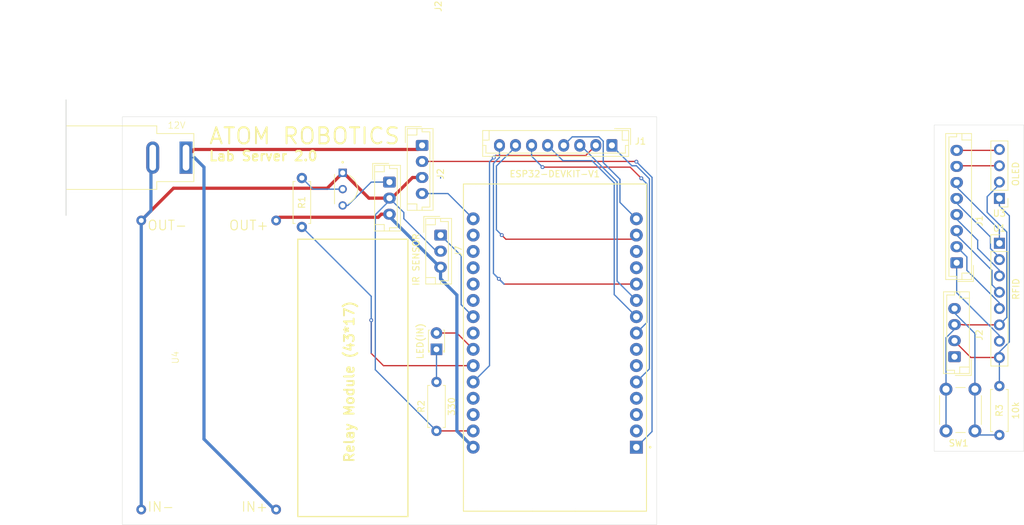
<source format=kicad_pcb>
(kicad_pcb (version 20240108) (generator "pcbnew") (generator_version "8.0")
  (layers (0 "F.Cu" signal) (31 "B.Cu" signal) (34 "B.Paste" user) (35 "F.Paste" user) (36 "B.SilkS" user "B.Silkscreen") (37 "F.SilkS" user "F.Silkscreen") (38 "B.Mask" user) (39 "F.Mask" user) (44 "Edge.Cuts" user))
  (net 0 "")
  (net 1 "Net-(D1-A)")
  (net 2 "Net-(D1-K)")
  (net 3 "Net-(J1-Pin_6)")
  (net 4 "Net-(J1-Pin_3)")
  (net 5 "Net-(J1-Pin_8)")
  (net 6 "Net-(J1-Pin_5)")
  (net 7 "Net-(J1-Pin_1)")
  (net 8 "Net-(J1-Pin_7)")
  (net 9 "Net-(J1-Pin_4)")
  (net 10 "Net-(J1-Pin_2)")
  (net 11 "Net-(J2-Pin_2)")
  (net 12 "GND")
  (net 13 "Net-(J2-Pin_4)")
  (net 14 "Net-(J2-Pin_1)")
  (net 15 "Net-(J3-Pin_1)")
  (net 16 "5V")
  (net 17 "Net-(J5-Pin_7)")
  (net 18 "Net-(J5-Pin_6)")
  (net 19 "Net-(J5-Pin_8)")
  (net 20 "Net-(J5-Pin_4)")
  (net 21 "Net-(J5-Pin_1)")
  (net 22 "Net-(J5-Pin_3)")
  (net 23 "Net-(J5-Pin_2)")
  (net 24 "Net-(J5-Pin_5)")
  (net 26 "Net-(J6-Pin_4)")
  (net 27 "Net-(J6-Pin_2)")
  (net 28 "IR")
  (net 29 "Net-(Q1-Pad2)")
  (net 30 "Net-(U2-D27)")
  (footprint "ESP32-DEVKIT-V1:MODULE_ESP32_DEVKIT_V1" (layer "F.Cu") (at 98.425 54.97 180)
    (property "Reference" "U2" (hide yes))
    (property "Value" "ESP32-DEVKIT-V1" (at 0 27.03 0) (layer "F.SilkS"))
    (fp_line (start 14.23 25.475) (end -14.28 25.475) (stroke (width 0.127)) (layer "F.SilkS"))
    (fp_line (start 14.23 -25.475) (end 14.23 25.475) (stroke (width 0.127)) (layer "F.SilkS"))
    (fp_line (start 14.23 -25.475) (end 14.23 25.475) (stroke (width 0.127)) (layer "F.SilkS"))
    (fp_line (start 8.78 25.475) (end 14.23 25.475) (stroke (width 0.127)) (layer "F.SilkS"))
    (fp_line (start 3.5 -25.475) (end 14.23 -25.475) (stroke (width 0.127)) (layer "F.SilkS"))
    (fp_line (start -3.211 -25.475) (end 3.5 -25.475) (stroke (width 0.127)) (layer "F.SilkS"))
    (fp_line (start -8.91 25.475) (end 8.78 25.475) (stroke (width 0.127)) (layer "F.SilkS"))
    (fp_line (start -14.28 25.475) (end -8.91 25.475) (stroke (width 0.127)) (layer "F.SilkS"))
    (fp_line (start -14.28 25.475) (end -14.28 -25.475) (stroke (width 0.127)) (layer "F.SilkS"))
    (fp_line (start -14.28 25.475) (end -14.28 -25.475) (stroke (width 0.127)) (layer "F.SilkS"))
    (fp_line (start -14.28 -25.475) (end 14.23 -25.475) (stroke (width 0.127)) (layer "F.SilkS"))
    (fp_line (start -14.28 -25.475) (end -3.211 -25.475) (stroke (width 0.127)) (layer "F.SilkS"))
    (fp_circle (center -14.85 -15.515) (end -14.75 -15.515) (stroke (width 0.2)) (fill none) (layer "F.SilkS"))
    (pad "" np_thru_hole circle (at -12.28 -23.475 180) (size 3 3) (drill 3) (layers "*.Cu" "*.Mask"))
    (pad "" np_thru_hole circle (at -12.28 23.475 180) (size 3 3) (drill 3) (layers "*.Cu" "*.Mask"))
    (pad "" np_thru_hole circle (at 12.23 -23.475 180) (size 3 3) (drill 3) (layers "*.Cu" "*.Mask"))
    (pad "" np_thru_hole circle (at 12.23 23.475 180) (size 3 3) (drill 3) (layers "*.Cu" "*.Mask"))
    (pad "1" thru_hole rect (at -12.7 -15.515 180) (size 2 2) (drill 1.02) (layers "*.Cu" "*.Mask") (net 11 "Net-(J2-Pin_2)"))
    (pad "2" thru_hole circle (at -12.7 -12.975 180) (size 2 2) (drill 1.02) (layers "*.Cu" "*.Mask") (net 12 "GND"))
    (pad "3" thru_hole circle (at -12.7 -10.435 180) (size 2 2) (drill 1.02) (layers "*.Cu" "*.Mask"))
    (pad "4" thru_hole circle (at -12.7 -7.895 180) (size 2 2) (drill 1.02) (layers "*.Cu" "*.Mask"))
    (pad "5" thru_hole circle (at -12.7 -5.355 180) (size 2 2) (drill 1.02) (layers "*.Cu" "*.Mask") (net 7 "Net-(J1-Pin_1)"))
    (pad "6" thru_hole circle (at -12.7 -2.815 180) (size 2 2) (drill 1.02) (layers "*.Cu" "*.Mask"))
    (pad "7" thru_hole circle (at -12.7 -0.275 180) (size 2 2) (drill 1.02) (layers "*.Cu" "*.Mask"))
    (pad "8" thru_hole circle (at -12.7 2.265 180) (size 2 2) (drill 1.02) (layers "*.Cu" "*.Mask") (net 3 "Net-(J1-Pin_6)"))
    (pad "9" thru_hole circle (at -12.7 4.805 180) (size 2 2) (drill 1.02) (layers "*.Cu" "*.Mask") (net 6 "Net-(J1-Pin_5)"))
    (pad "10" thru_hole circle (at -12.7 7.345 180) (size 2 2) (drill 1.02) (layers "*.Cu" "*.Mask") (net 4 "Net-(J1-Pin_3)"))
    (pad "11" thru_hole circle (at -12.7 9.885 180) (size 2 2) (drill 1.02) (layers "*.Cu" "*.Mask") (net 5 "Net-(J1-Pin_8)"))
    (pad "12" thru_hole circle (at -12.7 12.425 180) (size 2 2) (drill 1.02) (layers "*.Cu" "*.Mask"))
    (pad "13" thru_hole circle (at -12.7 14.965 180) (size 2 2) (drill 1.02) (layers "*.Cu" "*.Mask"))
    (pad "14" thru_hole circle (at -12.7 17.505 180) (size 2 2) (drill 1.02) (layers "*.Cu" "*.Mask") (net 8 "Net-(J1-Pin_7)"))
    (pad "15" thru_hole circle (at -12.7 20.045 180) (size 2 2) (drill 1.02) (layers "*.Cu" "*.Mask") (net 9 "Net-(J1-Pin_4)"))
    (pad "16" thru_hole circle (at 12.7 20.045 180) (size 2 2) (drill 1.02) (layers "*.Cu" "*.Mask") (net 13 "Net-(J2-Pin_4)"))
    (pad "17" thru_hole circle (at 12.7 17.505 180) (size 2 2) (drill 1.02) (layers "*.Cu" "*.Mask"))
    (pad "18" thru_hole circle (at 12.7 14.965 180) (size 2 2) (drill 1.02) (layers "*.Cu" "*.Mask"))
    (pad "19" thru_hole circle (at 12.7 12.425 180) (size 2 2) (drill 1.02) (layers "*.Cu" "*.Mask"))
    (pad "20" thru_hole circle (at 12.7 9.885 180) (size 2 2) (drill 1.02) (layers "*.Cu" "*.Mask"))
    (pad "21" thru_hole circle (at 12.7 7.345 180) (size 2 2) (drill 1.02) (layers "*.Cu" "*.Mask"))
    (pad "22" thru_hole circle (at 12.7 4.805 180) (size 2 2) (drill 1.02) (layers "*.Cu" "*.Mask") (net 28 "IR"))
    (pad "23" thru_hole circle (at 12.7 2.265 180) (size 2 2) (drill 1.02) (layers "*.Cu" "*.Mask"))
    (pad "24" thru_hole circle (at 12.7 -0.275 180) (size 2 2) (drill 1.02) (layers "*.Cu" "*.Mask") (net 1 "Net-(D1-A)"))
    (pad "25" thru_hole circle (at 12.7 -2.815 180) (size 2 2) (drill 1.02) (layers "*.Cu" "*.Mask") (net 30 "Net-(U2-D27)"))
    (pad "26" thru_hole circle (at 12.7 -5.355 180) (size 2 2) (drill 1.02) (layers "*.Cu" "*.Mask") (net 10 "Net-(J1-Pin_2)"))
    (pad "27" thru_hole circle (at 12.7 -7.895 180) (size 2 2) (drill 1.02) (layers "*.Cu" "*.Mask"))
    (pad "28" thru_hole circle (at 12.7 -10.435 180) (size 2 2) (drill 1.02) (layers "*.Cu" "*.Mask"))
    (pad "29" thru_hole circle (at 12.7 -12.975 180) (size 2 2) (drill 1.02) (layers "*.Cu" "*.Mask") (net 12 "GND"))
    (pad "30" thru_hole circle (at 12.7 -15.515 180) (size 2 2) (drill 1.02) (layers "*.Cu" "*.Mask") (net 16 "5V"))
  )
  (footprint "Connector_PinHeader_2.54mm:PinHeader_1x04_P2.54mm_Vertical" (layer "F.Cu") (at 167.64 31.75 180)
    (property "Reference" "U3" (at 0 -2.33 0) (layer "F.SilkS"))
    (property "Value" "OLED" (at -2.54 3.81 90) (layer "F.SilkS"))
    (fp_line (start 1.33 1.27) (end 1.33 8.95) (stroke (width 0.12)) (layer "F.SilkS"))
    (fp_line (start -1.33 8.95) (end 1.33 8.95) (stroke (width 0.12)) (layer "F.SilkS"))
    (fp_line (start -1.33 1.27) (end 1.33 1.27) (stroke (width 0.12)) (layer "F.SilkS"))
    (fp_line (start -1.33 1.27) (end -1.33 8.95) (stroke (width 0.12)) (layer "F.SilkS"))
    (fp_line (start -1.33 0) (end -1.33 -1.33) (stroke (width 0.12)) (layer "F.SilkS"))
    (fp_line (start -1.33 -1.33) (end 0 -1.33) (stroke (width 0.12)) (layer "F.SilkS"))
    (pad "1" thru_hole rect (at 0 0 180) (size 1.7 1.7) (drill 1) (layers "*.Cu" "*.Mask") (net 27 "Net-(J6-Pin_2)"))
    (pad "2" thru_hole oval (at 0 2.54 180) (size 1.7 1.7) (drill 1) (layers "*.Cu" "*.Mask") (net 12 "GND"))
    (pad "3" thru_hole oval (at 0 5.08 180) (size 1.7 1.7) (drill 1) (layers "*.Cu" "*.Mask") (net 17 "Net-(J5-Pin_7)"))
    (pad "4" thru_hole oval (at 0 7.62 180) (size 1.7 1.7) (drill 1) (layers "*.Cu" "*.Mask") (net 19 "Net-(J5-Pin_8)"))
  )
  (footprint "LED_THT:LED_D1.8mm_W3.3mm_H2.4mm" (layer "F.Cu") (at 80.01 55.245 90)
    (property "Reference" "D1" (hide yes))
    (property "Value" "LED(IN)" (at 1.27 -2.54 90) (layer "F.SilkS"))
    (fp_line (start 2.98 -1.26) (end 2.98 -1.028) (stroke (width 0.12)) (layer "F.SilkS"))
    (fp_line (start -0.2 -1.26) (end -0.2 -1.08) (stroke (width 0.12)) (layer "F.SilkS"))
    (fp_line (start -0.32 -1.26) (end -0.32 -1.08) (stroke (width 0.12)) (layer "F.SilkS"))
    (fp_line (start -0.44 -1.26) (end 2.98 -1.26) (stroke (width 0.12)) (layer "F.SilkS"))
    (fp_line (start -0.44 -1.26) (end -0.44 -1.08) (stroke (width 0.12)) (layer "F.SilkS"))
    (fp_line (start 2.98 1.028) (end 2.98 1.26) (stroke (width 0.12)) (layer "F.SilkS"))
    (fp_line (start -0.2 1.08) (end -0.2 1.26) (stroke (width 0.12)) (layer "F.SilkS"))
    (fp_line (start -0.32 1.08) (end -0.32 1.26) (stroke (width 0.12)) (layer "F.SilkS"))
    (fp_line (start -0.44 1.08) (end -0.44 1.26) (stroke (width 0.12)) (layer "F.SilkS"))
    (fp_line (start -0.44 1.26) (end 2.98 1.26) (stroke (width 0.12)) (layer "F.SilkS"))
    (pad "1" thru_hole rect (at 0 0 90) (size 1.8 1.8) (drill 0.9) (layers "*.Cu" "*.Mask") (net 2 "Net-(D1-K)"))
    (pad "2" thru_hole circle (at 2.54 0 90) (size 1.8 1.8) (drill 0.9) (layers "*.Cu" "*.Mask") (net 1 "Net-(D1-A)"))
  )
  (footprint "Button_Switch_THT:SW_PUSH_6mm_H4.3mm" (layer "F.Cu") (at 163.83 61.445 -90)
    (property "Reference" "SW1" (at 8.405 2.54 180) (layer "F.SilkS"))
    (property "Value" "SW_Push")
    (fp_line (start 1 5.5) (end 5.5 5.5) (stroke (width 0.12)) (layer "F.SilkS"))
    (fp_line (start 6.75 3) (end 6.75 1.5) (stroke (width 0.12)) (layer "F.SilkS"))
    (fp_line (start -0.25 1.5) (end -0.25 3) (stroke (width 0.12)) (layer "F.SilkS"))
    (fp_line (start 5.5 -1) (end 1 -1) (stroke (width 0.12)) (layer "F.SilkS"))
    (pad "1" thru_hole circle (at 0 0) (size 2 2) (drill 1.1) (layers "*.Cu" "*.Mask") (net 26 "Net-(J6-Pin_4)"))
    (pad "1" thru_hole circle (at 6.5 0) (size 2 2) (drill 1.1) (layers "*.Cu" "*.Mask") (net 26 "Net-(J6-Pin_4)"))
    (pad "2" thru_hole circle (at 0 4.5) (size 2 2) (drill 1.1) (layers "*.Cu" "*.Mask") (net 12 "GND"))
    (pad "2" thru_hole circle (at 6.5 4.5) (size 2 2) (drill 1.1) (layers "*.Cu" "*.Mask") (net 12 "GND"))
  )
  (footprint "Connector_JST:JST_EH_B4B-EH-A_1x04_P2.50mm_Vertical" (layer "F.Cu") (at 160.655 56.395 90)
    (property "Reference" "J6" (hide yes))
    (property "Value" "connector 2" (hide yes))
    (fp_line (start 10.11 -1.71) (end -2.61 -1.71) (stroke (width 0.12)) (layer "F.SilkS"))
    (fp_line (start -2.61 -1.71) (end -2.61 2.31) (stroke (width 0.12)) (layer "F.SilkS"))
    (fp_line (start 9.61 -1.21) (end 9.61 0) (stroke (width 0.12)) (layer "F.SilkS"))
    (fp_line (start -2.11 -1.21) (end 9.61 -1.21) (stroke (width 0.12)) (layer "F.SilkS"))
    (fp_line (start 9.61 0) (end 10.11 0) (stroke (width 0.12)) (layer "F.SilkS"))
    (fp_line (start -2.11 0) (end -2.11 -1.21) (stroke (width 0.12)) (layer "F.SilkS"))
    (fp_line (start -2.61 0) (end -2.11 0) (stroke (width 0.12)) (layer "F.SilkS"))
    (fp_line (start -2.91 0.11) (end -2.91 2.61) (stroke (width 0.12)) (layer "F.SilkS"))
    (fp_line (start 10.11 0.81) (end 9.11 0.81) (stroke (width 0.12)) (layer "F.SilkS"))
    (fp_line (start 9.11 0.81) (end 9.11 2.31) (stroke (width 0.12)) (layer "F.SilkS"))
    (fp_line (start -1.61 0.81) (end -1.61 2.31) (stroke (width 0.12)) (layer "F.SilkS"))
    (fp_line (start -2.61 0.81) (end -1.61 0.81) (stroke (width 0.12)) (layer "F.SilkS"))
    (fp_line (start 10.11 2.31) (end 10.11 -1.71) (stroke (width 0.12)) (layer "F.SilkS"))
    (fp_line (start -2.61 2.31) (end 10.11 2.31) (stroke (width 0.12)) (layer "F.SilkS"))
    (fp_line (start -2.91 2.61) (end -0.41 2.61) (stroke (width 0.12)) (layer "F.SilkS"))
    (pad "1" thru_hole roundrect (at 0 0 90) (size 1.7 1.95) (drill 0.95) (layers "*.Cu" "*.Mask") (roundrect_rratio 0.147059))
    (pad "2" thru_hole oval (at 2.5 0 90) (size 1.7 1.95) (drill 0.95) (layers "*.Cu" "*.Mask") (net 27 "Net-(J6-Pin_2)"))
    (pad "3" thru_hole oval (at 5 0 90) (size 1.7 1.95) (drill 0.95) (layers "*.Cu" "*.Mask") (net 12 "GND"))
    (pad "4" thru_hole oval (at 7.5 0 90) (size 1.7 1.95) (drill 0.95) (layers "*.Cu" "*.Mask") (net 26 "Net-(J6-Pin_4)"))
  )
  (footprint "Connector_PinHeader_2.54mm:PinHeader_1x08_P2.54mm_Vertical" (layer "F.Cu") (at 167.64 38.735)
    (property "Reference" "U1" (at 0 -2.33 0) (layer "F.SilkS"))
    (property "Value" "MFRC522 Module" (hide yes))
    (fp_line (start -1.33 -1.33) (end 0 -1.33) (stroke (width 0.12)) (layer "F.SilkS"))
    (fp_line (start -1.33 0) (end -1.33 -1.33) (stroke (width 0.12)) (layer "F.SilkS"))
    (fp_line (start -1.33 1.27) (end -1.33 19.11) (stroke (width 0.12)) (layer "F.SilkS"))
    (fp_line (start -1.33 1.27) (end 1.33 1.27) (stroke (width 0.12)) (layer "F.SilkS"))
    (fp_line (start -1.33 19.11) (end 1.33 19.11) (stroke (width 0.12)) (layer "F.SilkS"))
    (fp_line (start 1.33 1.27) (end 1.33 19.11) (stroke (width 0.12)) (layer "F.SilkS"))
    (pad "1" thru_hole rect (at 0 0) (size 1.7 1.7) (drill 1) (layers "*.Cu" "*.Mask") (net 18 "Net-(J5-Pin_6)"))
    (pad "2" thru_hole oval (at 0 2.54) (size 1.7 1.7) (drill 1) (layers "*.Cu" "*.Mask") (net 24 "Net-(J5-Pin_5)"))
    (pad "3" thru_hole oval (at 0 5.08) (size 1.7 1.7) (drill 1) (layers "*.Cu" "*.Mask") (net 20 "Net-(J5-Pin_4)"))
    (pad "4" thru_hole oval (at 0 7.62) (size 1.7 1.7) (drill 1) (layers "*.Cu" "*.Mask") (net 22 "Net-(J5-Pin_3)"))
    (pad "5" thru_hole oval (at 0 10.16) (size 1.7 1.7) (drill 1) (layers "*.Cu" "*.Mask") (net 23 "Net-(J5-Pin_2)"))
    (pad "6" thru_hole oval (at 0 12.7) (size 1.7 1.7) (drill 1) (layers "*.Cu" "*.Mask") (net 12 "GND"))
    (pad "7" thru_hole oval (at 0 15.24) (size 1.7 1.7) (drill 1) (layers "*.Cu" "*.Mask") (net 21 "Net-(J5-Pin_1)"))
    (pad "8" thru_hole oval (at 0 17.78) (size 1.7 1.7) (drill 1) (layers "*.Cu" "*.Mask") (net 27 "Net-(J6-Pin_2)"))
  )
  (footprint "Connector_JST:JST_EH_B8B-EH-A_1x08_P2.50mm_Vertical" (layer "F.Cu") (at 160.99 41.77 90)
    (property "Reference" "J5" (hide yes))
    (property "Value" "connector 1" (hide yes))
    (fp_line (start 20.11 -1.71) (end -2.61 -1.71) (stroke (width 0.12)) (layer "F.SilkS"))
    (fp_line (start -2.61 -1.71) (end -2.61 2.31) (stroke (width 0.12)) (layer "F.SilkS"))
    (fp_line (start 19.61 -1.21) (end 19.61 0) (stroke (width 0.12)) (layer "F.SilkS"))
    (fp_line (start -2.11 -1.21) (end 19.61 -1.21) (stroke (width 0.12)) (layer "F.SilkS"))
    (fp_line (start 19.61 0) (end 20.11 0) (stroke (width 0.12)) (layer "F.SilkS"))
    (fp_line (start -2.11 0) (end -2.11 -1.21) (stroke (width 0.12)) (layer "F.SilkS"))
    (fp_line (start -2.61 0) (end -2.11 0) (stroke (width 0.12)) (layer "F.SilkS"))
    (fp_line (start -2.91 0.11) (end -2.91 2.61) (stroke (width 0.12)) (layer "F.SilkS"))
    (fp_line (start 20.11 0.81) (end 19.11 0.81) (stroke (width 0.12)) (layer "F.SilkS"))
    (fp_line (start 19.11 0.81) (end 19.11 2.31) (stroke (width 0.12)) (layer "F.SilkS"))
    (fp_line (start -1.61 0.81) (end -1.61 2.31) (stroke (width 0.12)) (layer "F.SilkS"))
    (fp_line (start -2.61 0.81) (end -1.61 0.81) (stroke (width 0.12)) (layer "F.SilkS"))
    (fp_line (start 20.11 2.31) (end 20.11 -1.71) (stroke (width 0.12)) (layer "F.SilkS"))
    (fp_line (start -2.61 2.31) (end 20.11 2.31) (stroke (width 0.12)) (layer "F.SilkS"))
    (fp_line (start -2.91 2.61) (end -0.41 2.61) (stroke (width 0.12)) (layer "F.SilkS"))
    (pad "1" thru_hole roundrect (at 0 0 90) (size 1.7 1.95) (drill 0.95) (layers "*.Cu" "*.Mask") (roundrect_rratio 0.147059) (net 21 "Net-(J5-Pin_1)"))
    (pad "2" thru_hole oval (at 2.5 0 90) (size 1.7 1.95) (drill 0.95) (layers "*.Cu" "*.Mask") (net 23 "Net-(J5-Pin_2)"))
    (pad "3" thru_hole oval (at 5 0 90) (size 1.7 1.95) (drill 0.95) (layers "*.Cu" "*.Mask") (net 22 "Net-(J5-Pin_3)"))
    (pad "4" thru_hole oval (at 7.5 0 90) (size 1.7 1.95) (drill 0.95) (layers "*.Cu" "*.Mask") (net 20 "Net-(J5-Pin_4)"))
    (pad "5" thru_hole oval (at 10 0 90) (size 1.7 1.95) (drill 0.95) (layers "*.Cu" "*.Mask") (net 24 "Net-(J5-Pin_5)"))
    (pad "6" thru_hole oval (at 12.5 0 90) (size 1.7 1.95) (drill 0.95) (layers "*.Cu" "*.Mask") (net 18 "Net-(J5-Pin_6)"))
    (pad "7" thru_hole oval (at 15 0 90) (size 1.7 1.95) (drill 0.95) (layers "*.Cu" "*.Mask") (net 17 "Net-(J5-Pin_7)"))
    (pad "8" thru_hole oval (at 17.5 0 90) (size 1.7 1.95) (drill 0.95) (layers "*.Cu" "*.Mask") (net 19 "Net-(J5-Pin_8)"))
  )
  (footprint "Connector_JST:JST_EH_B8B-EH-A_1x08_P2.50mm_Vertical" (layer "F.Cu") (at 107.315 23.495 180)
    (property "Reference" "J1" (at -4.445 0.635 0) (layer "F.SilkS"))
    (property "Value" "connector 1")
    (fp_line (start 20.11 2.31) (end 20.11 -1.71) (stroke (width 0.12)) (layer "F.SilkS"))
    (fp_line (start 20.11 0.81) (end 19.11 0.81) (stroke (width 0.12)) (layer "F.SilkS"))
    (fp_line (start 20.11 -1.71) (end -2.61 -1.71) (stroke (width 0.12)) (layer "F.SilkS"))
    (fp_line (start 19.61 0) (end 20.11 0) (stroke (width 0.12)) (layer "F.SilkS"))
    (fp_line (start 19.61 -1.21) (end 19.61 0) (stroke (width 0.12)) (layer "F.SilkS"))
    (fp_line (start 19.11 0.81) (end 19.11 2.31) (stroke (width 0.12)) (layer "F.SilkS"))
    (fp_line (start -1.61 0.81) (end -1.61 2.31) (stroke (width 0.12)) (layer "F.SilkS"))
    (fp_line (start -2.11 0) (end -2.11 -1.21) (stroke (width 0.12)) (layer "F.SilkS"))
    (fp_line (start -2.11 -1.21) (end 19.61 -1.21) (stroke (width 0.12)) (layer "F.SilkS"))
    (fp_line (start -2.61 2.31) (end 20.11 2.31) (stroke (width 0.12)) (layer "F.SilkS"))
    (fp_line (start -2.61 0.81) (end -1.61 0.81) (stroke (width 0.12)) (layer "F.SilkS"))
    (fp_line (start -2.61 0) (end -2.11 0) (stroke (width 0.12)) (layer "F.SilkS"))
    (fp_line (start -2.61 -1.71) (end -2.61 2.31) (stroke (width 0.12)) (layer "F.SilkS"))
    (fp_line (start -2.91 2.61) (end -0.41 2.61) (stroke (width 0.12)) (layer "F.SilkS"))
    (fp_line (start -2.91 0.11) (end -2.91 2.61) (stroke (width 0.12)) (layer "F.SilkS"))
    (pad "1" thru_hole roundrect (at 0 0 180) (size 1.7 1.95) (drill 0.95) (layers "*.Cu" "*.Mask") (roundrect_rratio 0.147059) (net 7 "Net-(J1-Pin_1)"))
    (pad "2" thru_hole oval (at 2.5 0 180) (size 1.7 1.95) (drill 0.95) (layers "*.Cu" "*.Mask") (net 10 "Net-(J1-Pin_2)"))
    (pad "3" thru_hole oval (at 5 0 180) (size 1.7 1.95) (drill 0.95) (layers "*.Cu" "*.Mask") (net 4 "Net-(J1-Pin_3)"))
    (pad "4" thru_hole oval (at 7.5 0 180) (size 1.7 1.95) (drill 0.95) (layers "*.Cu" "*.Mask") (net 9 "Net-(J1-Pin_4)"))
    (pad "5" thru_hole oval (at 10 0 180) (size 1.7 1.95) (drill 0.95) (layers "*.Cu" "*.Mask") (net 6 "Net-(J1-Pin_5)"))
    (pad "6" thru_hole oval (at 12.5 0 180) (size 1.7 1.95) (drill 0.95) (layers "*.Cu" "*.Mask") (net 3 "Net-(J1-Pin_6)"))
    (pad "7" thru_hole oval (at 15 0 180) (size 1.7 1.95) (drill 0.95) (layers "*.Cu" "*.Mask") (net 8 "Net-(J1-Pin_7)"))
    (pad "8" thru_hole oval (at 17.5 0 180) (size 1.7 1.95) (drill 0.95) (layers "*.Cu" "*.Mask") (net 5 "Net-(J1-Pin_8)"))
  )
  (footprint "Connector_JST:JST_EH_B4B-EH-A_1x04_P2.50mm_Vertical" (layer "F.Cu") (at 77.77 23.495 -90)
    (property "Reference" "J2" (at -21.65 -2.525 90) (layer "F.SilkS"))
    (property "Value" "connector 2")
    (fp_line (start -2.91 2.61) (end -0.41 2.61) (stroke (width 0.12)) (layer "F.SilkS"))
    (fp_line (start -2.61 2.31) (end 10.11 2.31) (stroke (width 0.12)) (layer "F.SilkS"))
    (fp_line (start 10.11 2.31) (end 10.11 -1.71) (stroke (width 0.12)) (layer "F.SilkS"))
    (fp_line (start -2.61 0.81) (end -1.61 0.81) (stroke (width 0.12)) (layer "F.SilkS"))
    (fp_line (start -1.61 0.81) (end -1.61 2.31) (stroke (width 0.12)) (layer "F.SilkS"))
    (fp_line (start 9.11 0.81) (end 9.11 2.31) (stroke (width 0.12)) (layer "F.SilkS"))
    (fp_line (start 10.11 0.81) (end 9.11 0.81) (stroke (width 0.12)) (layer "F.SilkS"))
    (fp_line (start -2.91 0.11) (end -2.91 2.61) (stroke (width 0.12)) (layer "F.SilkS"))
    (fp_line (start -2.61 0) (end -2.11 0) (stroke (width 0.12)) (layer "F.SilkS"))
    (fp_line (start -2.11 0) (end -2.11 -1.21) (stroke (width 0.12)) (layer "F.SilkS"))
    (fp_line (start 9.61 0) (end 10.11 0) (stroke (width 0.12)) (layer "F.SilkS"))
    (fp_line (start -2.11 -1.21) (end 9.61 -1.21) (stroke (width 0.12)) (layer "F.SilkS"))
    (fp_line (start 9.61 -1.21) (end 9.61 0) (stroke (width 0.12)) (layer "F.SilkS"))
    (fp_line (start -2.61 -1.71) (end -2.61 2.31) (stroke (width 0.12)) (layer "F.SilkS"))
    (fp_line (start 10.11 -1.71) (end -2.61 -1.71) (stroke (width 0.12)) (layer "F.SilkS"))
    (fp_text user "${REFERENCE}" (at 4.445 -2.875 90) (layer "F.SilkS"))
    (pad "1" thru_hole roundrect (at 0 0 270) (size 1.7 1.95) (drill 0.95) (layers "*.Cu" "*.Mask") (roundrect_rratio 0.147059) (net 14 "Net-(J2-Pin_1)"))
    (pad "2" thru_hole oval (at 2.5 0 270) (size 1.7 1.95) (drill 0.95) (layers "*.Cu" "*.Mask") (net 11 "Net-(J2-Pin_2)"))
    (pad "3" thru_hole oval (at 5 0 270) (size 1.7 1.95) (drill 0.95) (layers "*.Cu" "*.Mask") (net 12 "GND"))
    (pad "4" thru_hole oval (at 7.5 0 270) (size 1.7 1.95) (drill 0.95) (layers "*.Cu" "*.Mask") (net 13 "Net-(J2-Pin_4)"))
  )
  (footprint "customMade:LM2596" (layer "F.Cu") (at 33.05 81.185 90)
    (property "Reference" "U4" (at 24.67 6.32 90) (layer "F.SilkS") (effects (font (thickness 0.1))))
    (property "Value" "LM2596 (12->5)")
    (pad "1" thru_hole circle (at 1 1 90) (size 1.524 1.524) (drill 0.762) (layers "*.Cu" "*.Mask") (net 12 "GND"))
    (pad "2" thru_hole circle (at 1 22 90) (size 1.524 1.524) (drill 0.762) (layers "*.Cu" "*.Mask") (net 14 "Net-(J2-Pin_1)"))
    (pad "3" thru_hole circle (at 46 1 90) (size 1.524 1.524) (drill 0.762) (layers "*.Cu" "*.Mask") (net 12 "GND"))
    (pad "4" thru_hole circle (at 46 22 90) (size 1.524 1.524) (drill 0.762) (layers "*.Cu" "*.Mask") (net 16 "5V"))
  )
  (footprint "Resistor_THT:R_Axial_DIN0207_L6.3mm_D2.5mm_P7.62mm_Horizontal" (layer "F.Cu") (at 59.055 28.575 -90)
    (property "Reference" "R1" (at 3.81 0 90) (layer "F.SilkS"))
    (property "Value" "1k")
    (fp_line (start 0.54 1.37) (end 7.08 1.37) (stroke (width 0.12)) (layer "F.SilkS"))
    (fp_line (start 7.08 1.37) (end 7.08 1.04) (stroke (width 0.12)) (layer "F.SilkS"))
    (fp_line (start 0.54 1.04) (end 0.54 1.37) (stroke (width 0.12)) (layer "F.SilkS"))
    (fp_line (start 0.54 -1.04) (end 0.54 -1.37) (stroke (width 0.12)) (layer "F.SilkS"))
    (fp_line (start 0.54 -1.37) (end 7.08 -1.37) (stroke (width 0.12)) (layer "F.SilkS"))
    (fp_line (start 7.08 -1.37) (end 7.08 -1.04) (stroke (width 0.12)) (layer "F.SilkS"))
    (pad "1" thru_hole circle (at 0 0 270) (size 1.6 1.6) (drill 0.8) (layers "*.Cu" "*.Mask") (net 29 "Net-(Q1-Pad2)"))
    (pad "2" thru_hole oval (at 7.62 0 270) (size 1.6 1.6) (drill 0.8) (layers "*.Cu" "*.Mask") (net 30 "Net-(U2-D27)"))
  )
  (footprint "Connector_BarrelJack:BarrelJack_SwitchcraftConxall_RAPC10U_Horizontal" (layer "F.Cu") (at 41.015 25.4)
    (property "Reference" "J4" (hide yes))
    (property "Value" "12v DC")
    (fp_line (start -18.55 4.945) (end -4.55 4.945) (stroke (width 0.12)) (layer "F.SilkS"))
    (fp_line (start -4.55 -4.945) (end -18.55 -4.945) (stroke (width 0.12)) (layer "F.SilkS"))
    (fp_line (start -4.55 -3.74) (end -4.55 -4.945) (stroke (width 0.12)) (layer "F.SilkS"))
    (fp_line (start -4.55 3.74) (end 1.22 3.74) (stroke (width 0.12)) (layer "F.SilkS"))
    (fp_line (start -4.55 4.945) (end -4.55 3.74) (stroke (width 0.12)) (layer "F.SilkS"))
    (fp_line (start 1.22 -3.74) (end -4.55 -3.74) (stroke (width 0.12)) (layer "F.SilkS"))
    (fp_line (start 1.22 3.74) (end 1.22 -3.74) (stroke (width 0.12)) (layer "F.SilkS"))
    (fp_line (start -18.67 -9) (end -18.67 9) (stroke (width 0.12)) (layer "Edge.Cuts"))
    (pad "1" thru_hole rect (at 0 0) (size 2.02 5.02) (drill oval 1.02 4.02) (layers "*.Cu" "*.Mask") (net 14 "Net-(J2-Pin_1)"))
    (pad "2" thru_hole oval (at -5.18 0) (size 2.02 5.02) (drill oval 1.02 4.02) (layers "*.Cu" "*.Mask") (net 12 "GND"))
  )
  (footprint "Resistor_THT:R_Axial_DIN0207_L6.3mm_D2.5mm_P7.62mm_Horizontal" (layer "F.Cu") (at 167.64 60.96 -90)
    (property "Reference" "R3" (at 3.81 0 90) (layer "F.SilkS"))
    (property "Value" "10k" (at 3.81 -2.54 90) (layer "F.SilkS"))
    (fp_line (start 0.54 1.37) (end 7.08 1.37) (stroke (width 0.12)) (layer "F.SilkS"))
    (fp_line (start 7.08 1.37) (end 7.08 1.04) (stroke (width 0.12)) (layer "F.SilkS"))
    (fp_line (start 0.54 1.04) (end 0.54 1.37) (stroke (width 0.12)) (layer "F.SilkS"))
    (fp_line (start 0.54 -1.04) (end 0.54 -1.37) (stroke (width 0.12)) (layer "F.SilkS"))
    (fp_line (start 0.54 -1.37) (end 7.08 -1.37) (stroke (width 0.12)) (layer "F.SilkS"))
    (fp_line (start 7.08 -1.37) (end 7.08 -1.04) (stroke (width 0.12)) (layer "F.SilkS"))
    (pad "1" thru_hole circle (at 0 0 270) (size 1.6 1.6) (drill 0.8) (layers "*.Cu" "*.Mask") (net 27 "Net-(J6-Pin_2)"))
    (pad "2" thru_hole oval (at 7.62 0 270) (size 1.6 1.6) (drill 0.8) (layers "*.Cu" "*.Mask") (net 26 "Net-(J6-Pin_4)"))
  )
  (footprint "Connector_JST:JST_EH_B3B-EH-A_1x03_P2.50mm_Vertical" (layer "F.Cu") (at 72.69 29.21 -90)
    (property "Reference" "J3" (hide yes))
    (property "Value" "Relay module")
    (fp_line (start -2.91 2.61) (end -0.41 2.61) (stroke (width 0.12)) (layer "F.SilkS"))
    (fp_line (start -2.61 2.31) (end 7.61 2.31) (stroke (width 0.12)) (layer "F.SilkS"))
    (fp_line (start 7.61 2.31) (end 7.61 -1.71) (stroke (width 0.12)) (layer "F.SilkS"))
    (fp_line (start -2.61 0.81) (end -1.61 0.81) (stroke (width 0.12)) (layer "F.SilkS"))
    (fp_line (start -1.61 0.81) (end -1.61 2.31) (stroke (width 0.12)) (layer "F.SilkS"))
    (fp_line (start 6.61 0.81) (end 6.61 2.31) (stroke (width 0.12)) (layer "F.SilkS"))
    (fp_line (start 7.61 0.81) (end 6.61 0.81) (stroke (width 0.12)) (layer "F.SilkS"))
    (fp_line (start -2.91 0.11) (end -2.91 2.61) (stroke (width 0.12)) (layer "F.SilkS"))
    (fp_line (start -2.61 0) (end -2.11 0) (stroke (width 0.12)) (layer "F.SilkS"))
    (fp_line (start -2.11 0) (end -2.11 -1.21) (stroke (width 0.12)) (layer "F.SilkS"))
    (fp_line (start 7.11 0) (end 7.61 0) (stroke (width 0.12)) (layer "F.SilkS"))
    (fp_line (start -2.11 -1.21) (end 7.11 -1.21) (stroke (width 0.12)) (layer "F.SilkS"))
    (fp_line (start 7.11 -1.21) (end 7.11 0) (stroke (width 0.12)) (layer "F.SilkS"))
    (fp_line (start -2.61 -1.71) (end -2.61 2.31) (stroke (width 0.12)) (layer "F.SilkS"))
    (fp_line (start 7.61 -1.71) (end -2.61 -1.71) (stroke (width 0.12)) (layer "F.SilkS"))
    (pad "1" thru_hole roundrect (at 0 0 270) (size 1.7 1.95) (drill 0.95) (layers "*.Cu" "*.Mask") (roundrect_rratio 0.147059) (net 15 "Net-(J3-Pin_1)"))
    (pad "2" thru_hole oval (at 2.5 0 270) (size 1.7 1.95) (drill 0.95) (layers "*.Cu" "*.Mask") (net 12 "GND"))
    (pad "3" thru_hole oval (at 5 0 270) (size 1.7 1.95) (drill 0.95) (layers "*.Cu" "*.Mask") (net 16 "5V"))
  )
  (footprint "2N2222A:TO92254P470H750-3" (layer "F.Cu") (at 67.735 30.3075 -90)
    (property "Reference" "Q1" (hide yes))
    (property "Value" "2N2222A")
    (fp_line (start -2.3 3.6) (end 2.3 3.6) (stroke (width 0.127)) (layer "F.SilkS"))
    (fp_arc (start -2.2 1.4) (mid -1.287564 0.405256) (end 0 0) (stroke (width 0.127)) (layer "F.SilkS"))
    (fp_arc (start 0 0) (mid 1.287564 0.405256) (end 2.2 1.4) (stroke (width 0.127)) (layer "F.SilkS"))
    (fp_circle (center -4.189 2.33) (end -4.089 2.33) (stroke (width 0.2)) (fill none) (layer "F.SilkS"))
    (pad "1" thru_hole rect (at -2.54 2.33 270) (size 1.298 1.298) (drill 0.79) (layers "*.Cu" "*.Mask") (net 12 "GND"))
    (pad "2" thru_hole circle (at 0 2.33 270) (size 1.298 1.298) (drill 0.79) (layers "*.Cu" "*.Mask") (net 29 "Net-(Q1-Pad2)"))
    (pad "3" thru_hole circle (at 2.54 2.33 270) (size 1.298 1.298) (drill 0.79) (layers "*.Cu" "*.Mask") (net 15 "Net-(J3-Pin_1)"))
  )
  (footprint "Connector_JST:JST_EH_B3B-EH-A_1x03_P2.50mm_Vertical" (layer "F.Cu") (at 80.645 37.465 -90)
    (property "Reference" "J7" (at 2.5 -2.8 90) (layer "F.SilkS"))
    (property "Value" "IR SENSOR" (at 3.81 3.81 90) (layer "F.SilkS"))
    (fp_line (start -2.91 2.61) (end -0.41 2.61) (stroke (width 0.12)) (layer "F.SilkS"))
    (fp_line (start -2.61 2.31) (end 7.61 2.31) (stroke (width 0.12)) (layer "F.SilkS"))
    (fp_line (start 7.61 2.31) (end 7.61 -1.71) (stroke (width 0.12)) (layer "F.SilkS"))
    (fp_line (start -2.61 0.81) (end -1.61 0.81) (stroke (width 0.12)) (layer "F.SilkS"))
    (fp_line (start -1.61 0.81) (end -1.61 2.31) (stroke (width 0.12)) (layer "F.SilkS"))
    (fp_line (start 6.61 0.81) (end 6.61 2.31) (stroke (width 0.12)) (layer "F.SilkS"))
    (fp_line (start 7.61 0.81) (end 6.61 0.81) (stroke (width 0.12)) (layer "F.SilkS"))
    (fp_line (start -2.91 0.11) (end -2.91 2.61) (stroke (width 0.12)) (layer "F.SilkS"))
    (fp_line (start -2.61 0) (end -2.11 0) (stroke (width 0.12)) (layer "F.SilkS"))
    (fp_line (start -2.11 0) (end -2.11 -1.21) (stroke (width 0.12)) (layer "F.SilkS"))
    (fp_line (start 7.11 0) (end 7.61 0) (stroke (width 0.12)) (layer "F.SilkS"))
    (fp_line (start -2.11 -1.21) (end 7.11 -1.21) (stroke (width 0.12)) (layer "F.SilkS"))
    (fp_line (start 7.11 -1.21) (end 7.11 0) (stroke (width 0.12)) (layer "F.SilkS"))
    (fp_line (start -2.61 -1.71) (end -2.61 2.31) (stroke (width 0.12)) (layer "F.SilkS"))
    (fp_line (start 7.61 -1.71) (end -2.61 -1.71) (stroke (width 0.12)) (layer "F.SilkS"))
    (pad "1" thru_hole roundrect (at 0 0 270) (size 1.7 1.95) (drill 0.95) (layers "*.Cu" "*.Mask") (roundrect_rratio 0.147059) (net 28 "IR"))
    (pad "2" thru_hole oval (at 2.5 0 270) (size 1.7 1.95) (drill 0.95) (layers "*.Cu" "*.Mask") (net 12 "GND"))
    (pad "3" thru_hole oval (at 5 0 270) (size 1.7 1.95) (drill 0.95) (layers "*.Cu" "*.Mask") (net 16 "5V"))
  )
  (footprint "Resistor_THT:R_Axial_DIN0207_L6.3mm_D2.5mm_P7.62mm_Horizontal" (layer "F.Cu") (at 80.01 67.945 90)
    (property "Reference" "R2" (at 3.81 -2.37 90) (layer "F.SilkS"))
    (property "Value" "330" (at 3.81 2.37 90) (layer "F.SilkS"))
    (fp_line (start 7.08 -1.37) (end 7.08 -1.04) (stroke (width 0.12)) (layer "F.SilkS"))
    (fp_line (start 0.54 -1.37) (end 7.08 -1.37) (stroke (width 0.12)) (layer "F.SilkS"))
    (fp_line (start 0.54 -1.04) (end 0.54 -1.37) (stroke (width 0.12)) (layer "F.SilkS"))
    (fp_line (start 0.54 1.04) (end 0.54 1.37) (stroke (width 0.12)) (layer "F.SilkS"))
    (fp_line (start 7.08 1.37) (end 7.08 1.04) (stroke (width 0.12)) (layer "F.SilkS"))
    (fp_line (start 0.54 1.37) (end 7.08 1.37) (stroke (width 0.12)) (layer "F.SilkS"))
    (pad "1" thru_hole circle (at 0 0 90) (size 1.6 1.6) (drill 0.8) (layers "*.Cu" "*.Mask") (net 12 "GND"))
    (pad "2" thru_hole oval (at 7.62 0 90) (size 1.6 1.6) (drill 0.8) (layers "*.Cu" "*.Mask") (net 2 "Net-(D1-K)"))
  )
  (gr_rect (start 58.42 38.1) (end 75.565 81.28) (stroke (width 0.2)) (fill none) (layer "F.SilkS"))
  (gr_rect (start 31.115 19.05) (end 114.3 82.55) (stroke (width 0.05)) (fill none) (layer "Edge.Cuts"))
  (gr_rect (start 157.48 20.32) (end 171.45 71.12) (stroke (width 0.05)) (fill none) (layer "Edge.Cuts"))
  (gr_text "RFID" (at 170.815 47.625 90) (layer "F.SilkS") (effects (font (size 1 1)) (justify left bottom)))
  (gr_text "J1" (at 165.1 36.195 90) (layer "F.SilkS") (effects (font (size 1 1)) (justify left bottom)))
  (gr_text "ATOM ROBOTICS" (at 44.45 23.495 0) (layer "F.SilkS") (effects (font (size 2.5 2.5) (thickness 0.3) (bold yes)) (justify left bottom)))
  (gr_text "Lab Server 2.0" (at 44.45 26.035 0) (layer "F.SilkS") (effects (font (size 1.5 1.5) (thickness 0.3) (bold yes)) (justify left bottom)))
  (gr_text "Relay Module (43*17)" (at 67.31 73.025 90) (layer "F.SilkS") (effects (font (size 1.5 1.5) (thickness 0.3) (bold yes)) (justify left bottom)))
  (gr_text "12V" (at 38.1 20.955 -0) (layer "F.SilkS") (effects (font (size 1 1) (thickness 0.1)) (justify left bottom)))
  (gr_text "IN+" (at 49.53 80.645 0) (layer "F.SilkS") (effects (font (size 1.5 1.5)) (justify left bottom)))
  (gr_text "OUT+" (at 47.625 36.83 0) (layer "F.SilkS") (effects (font (size 1.5 1.5)) (justify left bottom)))
  (gr_text "OUT-" (at 34.925 36.83 0) (layer "F.SilkS") (effects (font (size 1.5 1.5)) (justify left bottom)))
  (gr_text "J2" (at 165.1 53.975 90) (layer "F.SilkS") (effects (font (size 1 1)) (justify left bottom)))
  (gr_text "IN-" (at 34.925 80.645 0) (layer "F.SilkS") (effects (font (size 1.5 1.5)) (justify left bottom)))
  (segment (start 80.01 52.705) (end 83.185 52.705) (width 0.2) (layer "F.Cu") (net 1))
  (segment (start 83.185 52.705) (end 85.725 55.245) (width 0.2) (layer "F.Cu") (net 1))
  (segment (start 80.01 60.325) (end 80.01 55.245) (width 0.2) (layer "B.Cu") (net 2))
  (segment (start 96.52 26.8814) (end 110.1587 26.8814) (width 0.2) (layer "F.Cu") (net 3))
  (segment (start 110.1587 26.8814) (end 111.8964 28.6191) (width 0.2) (layer "F.Cu") (net 3))
  (via (at 96.52 26.8814) (size 0.6) (drill 0.3) (layers "F.Cu" "B.Cu") (net 3))
  (via (at 111.8964 28.6191) (size 0.6) (drill 0.3) (layers "F.Cu" "B.Cu") (net 3))
  (segment (start 112.7604 29.4831) (end 112.7604 51.0696) (width 0.2) (layer "B.Cu") (net 3))
  (segment (start 111.8964 28.6191) (end 112.7604 29.4831) (width 0.2) (layer "B.Cu") (net 3))
  (segment (start 112.7604 51.0696) (end 111.125 52.705) (width 0.2) (layer "B.Cu") (net 3))
  (segment (start 96.52 26.8814) (end 94.815 25.1764) (width 0.2) (layer "B.Cu") (net 3))
  (segment (start 94.815 25.1764) (end 94.815 23.495) (width 0.2) (layer "B.Cu") (net 3))
  (segment (start 102.4537 23.495) (end 102.315 23.495) (width 0.2) (layer "B.Cu") (net 4))
  (segment (start 111.125 47.625) (end 108.1244 44.6244) (width 0.2) (layer "B.Cu") (net 4))
  (segment (start 108.1244 44.6244) (end 108.1244 29.1657) (width 0.2) (layer "B.Cu") (net 4))
  (segment (start 108.1244 29.1657) (end 102.4537 23.495) (width 0.2) (layer "B.Cu") (net 4))
  (segment (start 89.7148 44.2702) (end 90.5296 45.085) (width 0.2) (layer "F.Cu") (net 5))
  (segment (start 90.5296 45.085) (end 111.125 45.085) (width 0.2) (layer "F.Cu") (net 5))
  (via (at 89.7148 44.2702) (size 0.6) (drill 0.3) (layers "F.Cu" "B.Cu") (net 5))
  (segment (start 88.8785 26.2971) (end 89.815 25.3606) (width 0.2) (layer "B.Cu") (net 5))
  (segment (start 89.815 25.3606) (end 89.815 23.495) (width 0.2) (layer "B.Cu") (net 5))
  (segment (start 89.7148 44.2702) (end 90.5296 45.085) (width 0.2) (layer "B.Cu") (net 5))
  (segment (start 88.8785 43.4339) (end 88.8785 26.2971) (width 0.2) (layer "B.Cu") (net 5))
  (segment (start 90.5296 45.085) (end 89.1248 43.6802) (width 0.2) (layer "B.Cu") (net 5))
  (segment (start 89.7148 44.2702) (end 88.8785 43.4339) (width 0.2) (layer "B.Cu") (net 5))
  (segment (start 104.2062 25.8741) (end 107.6759 29.3438) (width 0.2) (layer "B.Cu") (net 6))
  (segment (start 107.6759 29.3438) (end 107.6759 46.7159) (width 0.2) (layer "B.Cu") (net 6))
  (segment (start 107.6759 46.7159) (end 111.125 50.165) (width 0.2) (layer "B.Cu") (net 6))
  (segment (start 99.6941 25.8741) (end 104.2062 25.8741) (width 0.2) (layer "B.Cu") (net 6))
  (segment (start 97.315 23.495) (end 99.6941 25.8741) (width 0.2) (layer "B.Cu") (net 6))
  (segment (start 111.125 60.325) (end 113.1621 58.2879) (width 0.2) (layer "B.Cu") (net 7))
  (segment (start 113.1621 28.7071) (end 111.125 26.67) (width 0.2) (layer "B.Cu") (net 7))
  (segment (start 107.315 23.5614) (end 107.315 23.495) (width 0.2) (layer "B.Cu") (net 7))
  (segment (start 111.125 26.67) (end 110.4236 26.67) (width 0.2) (layer "B.Cu") (net 7))
  (segment (start 110.4236 26.67) (end 107.315 23.5614) (width 0.2) (layer "B.Cu") (net 7))
  (segment (start 113.1621 58.2879) (end 113.1621 28.7071) (width 0.2) (layer "B.Cu") (net 7))
  (segment (start 90.805 38.1) (end 110.49 38.1) (width 0.2) (layer "F.Cu") (net 8))
  (segment (start 110.49 38.1) (end 111.125 37.465) (width 0.2) (layer "F.Cu") (net 8))
  (segment (start 90.17 37.465) (end 90.805 38.1) (width 0.2) (layer "F.Cu") (net 8))
  (via (at 90.17 37.465) (size 0.6) (drill 0.3) (layers "F.Cu" "B.Cu") (net 8))
  (segment (start 89.34 36.635) (end 89.34 26.7052) (width 0.2) (layer "B.Cu") (net 8))
  (segment (start 92.315 23.7302) (end 92.315 23.495) (width 0.2) (layer "B.Cu") (net 8))
  (segment (start 89.34 26.7052) (end 92.315 23.7302) (width 0.2) (layer "B.Cu") (net 8))
  (segment (start 90.17 37.465) (end 89.34 36.635) (width 0.2) (layer "B.Cu") (net 8))
  (segment (start 105.2982 22.1658) (end 101.1442 22.1658) (width 0.2) (layer "B.Cu") (net 9))
  (segment (start 101.1442 22.1658) (end 99.815 23.495) (width 0.2) (layer "B.Cu") (net 9))
  (segment (start 108.573 32.373) (end 108.573 28.7718) (width 0.2) (layer "B.Cu") (net 9))
  (segment (start 105.9692 26.168) (end 105.9692 22.8368) (width 0.2) (layer "B.Cu") (net 9))
  (segment (start 105.9692 22.8368) (end 105.2982 22.1658) (width 0.2) (layer "B.Cu") (net 9))
  (segment (start 108.573 28.7718) (end 105.9692 26.168) (width 0.2) (layer "B.Cu") (net 9))
  (segment (start 111.125 34.925) (end 108.573 32.373) (width 0.2) (layer "B.Cu") (net 9))
  (segment (start 103.2485 25.0615) (end 104.815 23.495) (width 0.2) (layer "F.Cu") (net 10))
  (segment (start 88.927553 25.395) (end 89.261053 25.0615) (width 0.2) (layer "F.Cu") (net 10))
  (segment (start 89.261053 25.0615) (end 103.2485 25.0615) (width 0.2) (layer "F.Cu") (net 10))
  (via (at 88.927553 25.395) (size 0.6) (drill 0.3) (layers "F.Cu" "B.Cu") (net 10))
  (segment (start 89.1944 25.128153) (end 89.1944 25.0616) (width 0.2) (layer "B.Cu") (net 10))
  (segment (start 88.927553 25.395) (end 88.265 26.057553) (width 0.2) (layer "B.Cu") (net 10))
  (segment (start 88.927553 25.395) (end 89.1944 25.128153) (width 0.2) (layer "B.Cu") (net 10))
  (segment (start 88.265 57.785) (end 85.725 60.325) (width 0.2) (layer "B.Cu") (net 10))
  (segment (start 88.265 26.057553) (end 88.265 57.785) (width 0.2) (layer "B.Cu") (net 10))
  (segment (start 89.1944 25.0616) (end 89.1943 25.0615) (width 0.2) (layer "B.Cu") (net 10))
  (segment (start 111.085 25.995) (end 77.77 25.995) (width 0.2) (layer "F.Cu") (net 11))
  (segment (start 111.125 26.035) (end 111.085 25.995) (width 0.2) (layer "F.Cu") (net 11))
  (via (at 111.125 26.035) (size 0.6) (drill 0.3) (layers "F.Cu" "B.Cu") (net 11))
  (segment (start 113.5638 68.0462) (end 111.125 70.485) (width 0.2) (layer "B.Cu") (net 11))
  (segment (start 113.5638 28.4738) (end 113.5638 68.0462) (width 0.2) (layer "B.Cu") (net 11))
  (segment (start 111.125 26.035) (end 113.5638 28.4738) (width 0.2) (layer "B.Cu") (net 11))
  (segment (start 65.405 27.7675) (end 63.0067 30.1658) (width 0.5) (layer "F.Cu") (net 12))
  (segment (start 63.0067 30.1658) (end 39.0692 30.1658) (width 0.5) (layer "F.Cu") (net 12))
  (segment (start 73.065 31.71) (end 72.69 31.71) (width 0.5) (layer "F.Cu") (net 12))
  (segment (start 76.28 28.495) (end 73.065 31.71) (width 0.5) (layer "F.Cu") (net 12))
  (segment (start 69.4907 31.71) (end 65.5482 27.7675) (width 0.5) (layer "F.Cu") (net 12))
  (segment (start 72.69 31.71) (end 69.4907 31.71) (width 0.5) (layer "F.Cu") (net 12))
  (segment (start 167.64 51.435) (end 161.9717 51.435) (width 0.2) (layer "F.Cu") (net 12))
  (segment (start 78.185 28.495) (end 77.77 28.495) (width 0.5) (layer "F.Cu") (net 12))
  (segment (start 39.0692 30.1658) (end 34.05 35.185) (width 0.5) (layer "F.Cu") (net 12))
  (segment (start 161.9717 51.435) (end 161.9317 51.395) (width 0.2) (layer "F.Cu") (net 12))
  (segment (start 160.655 51.395) (end 161.9317 51.395) (width 0.2) (layer "F.Cu") (net 12))
  (segment (start 65.5482 27.7675) (end 65.405 27.7675) (width 0.5) (layer "F.Cu") (net 12))
  (segment (start 77.77 28.495) (end 76.28 28.495) (width 0.5) (layer "F.Cu") (net 12))
  (segment (start 80.01 67.945) (end 85.725 67.945) (width 0.2) (layer "F.Cu") (net 12))
  (segment (start 80.01 67.945) (end 70.485 58.42) (width 0.2) (layer "B.Cu") (net 12))
  (segment (start 72.69 32.085) (end 72.69 31.71) (width 0.2) (layer "B.Cu") (net 12))
  (segment (start 80.625 40.6) (end 80.645 40.6) (width 0.2) (layer "B.Cu") (net 12))
  (segment (start 167.64 29.5699) (end 165.735 31.4749) (width 0.2) (layer "B.Cu") (net 12))
  (segment (start 35.56 25.675) (end 35.56 33.675) (width 0.5) (layer "B.Cu") (net 12))
  (segment (start 70.485 34.29) (end 72.69 32.085) (width 0.2) (layer "B.Cu") (net 12))
  (segment (start 74.93 34.905) (end 80.625 40.6) (width 0.2) (layer "B.Cu") (net 12))
  (segment (start 168.7917 36.9739) (end 168.7917 50.2833) (width 0.2) (layer "B.Cu") (net 12))
  (segment (start 165.735 33.9172) (end 168.7917 36.9739) (width 0.2) (layer "B.Cu") (net 12))
  (segment (start 160.655 52.1148) (end 159.33 53.4398) (width 0.2) (layer "B.Cu") (net 12))
  (segment (start 35.56 33.675) (end 34.29 34.945) (width 0.5) (layer "B.Cu") (net 12))
  (segment (start 35.835 25.4) (end 35.56 25.675) (width 0.5) (layer "B.Cu") (net 12))
  (segment (start 159.33 61.445) (end 159.33 67.945) (width 0.2) (layer "B.Cu") (net 12))
  (segment (start 74.93 33.95) (end 74.93 34.905) (width 0.2) (layer "B.Cu") (net 12))
  (segment (start 159.33 53.4398) (end 159.33 61.445) (width 0.2) (layer "B.Cu") (net 12))
  (segment (start 70.485 58.42) (end 70.485 34.29) (width 0.2) (layer "B.Cu") (net 12))
  (segment (start 160.655 51.395) (end 160.655 52.1148) (width 0.2) (layer "B.Cu") (net 12))
  (segment (start 165.735 31.4749) (end 165.735 33.9172) (width 0.2) (layer "B.Cu") (net 12))
  (segment (start 167.64 29.21) (end 167.64 29.5699) (width 0.2) (layer "B.Cu") (net 12))
  (segment (start 168.7917 50.2833) (end 167.64 51.435) (width 0.2) (layer "B.Cu") (net 12))
  (segment (start 34.05 80.185) (end 34.05 35.185) (width 0.5) (layer "B.Cu") (net 12))
  (segment (start 34.29 34.945) (end 34.05 35.185) (width 0.2) (layer "B.Cu") (net 12))
  (segment (start 80.645 28.495) (end 80.645 28.575) (width 0.2) (layer "B.Cu") (net 12))
  (segment (start 72.69 31.71) (end 74.93 33.95) (width 0.2) (layer "B.Cu") (net 12))
  (segment (start 77.77 30.995) (end 81.795 30.995) (width 0.2) (layer "B.Cu") (net 13))
  (segment (start 81.795 30.995) (end 85.725 34.925) (width 0.2) (layer "B.Cu") (net 13))
  (segment (start 42.285 24.13) (end 77.135 24.13) (width 0.5) (layer "F.Cu") (net 14))
  (segment (start 77.135 24.13) (end 77.77 23.495) (width 0.5) (layer "F.Cu") (net 14))
  (segment (start 41.015 25.4) (end 42.285 24.13) (width 0.5) (layer "F.Cu") (net 14))
  (segment (start 43.815 69.215) (end 43.815 26.8883) (width 0.5) (layer "B.Cu") (net 14))
  (segment (start 41.015 25.4) (end 42.3267 25.4) (width 0.2) (layer "B.Cu") (net 14))
  (segment (start 54.785 80.185) (end 43.815 69.215) (width 0.5) (layer "B.Cu") (net 14))
  (segment (start 43.815 26.8883) (end 42.3267 25.4) (width 0.5) (layer "B.Cu") (net 14))
  (segment (start 55.05 80.185) (end 54.785 80.185) (width 0.5) (layer "B.Cu") (net 14))
  (segment (start 72.69 29.21) (end 69.85 29.21) (width 0.2) (layer "B.Cu") (net 15))
  (segment (start 69.85 29.21) (end 66.2125 32.8475) (width 0.2) (layer "B.Cu") (net 15))
  (segment (start 66.2125 32.8475) (end 65.405 32.8475) (width 0.2) (layer "B.Cu") (net 15))
  (segment (start 70.9361 34.6872) (end 71.4133 34.21) (width 0.5) (layer "F.Cu") (net 16))
  (segment (start 72.69 34.21) (end 71.4133 34.21) (width 0.5) (layer "F.Cu") (net 16))
  (segment (start 55.05 35.185) (end 55.5478 34.6872) (width 0.2) (layer "F.Cu") (net 16))
  (segment (start 55.5478 34.6872) (end 70.9361 34.6872) (width 0.5) (layer "F.Cu") (net 16))
  (segment (start 80.645 44.2538) (end 83.185 46.7938) (width 0.5) (layer "B.Cu") (net 16))
  (segment (start 80.645 42.465) (end 80.645 44.2538) (width 0.5) (layer "B.Cu") (net 16))
  (segment (start 83.185 67.945) (end 85.725 70.485) (width 0.5) (layer "B.Cu") (net 16))
  (segment (start 83.185 46.7938) (end 83.185 67.945) (width 0.5) (layer "B.Cu") (net 16))
  (segment (start 72.69 34.21) (end 72.69 34.59) (width 0.2) (layer "B.Cu") (net 16))
  (segment (start 72.69 34.59) (end 80.565 42.465) (width 0.5) (layer "B.Cu") (net 16))
  (segment (start 80.565 42.465) (end 80.645 42.465) (width 0.2) (layer "B.Cu") (net 16))
  (segment (start 167.64 26.67) (end 161.09 26.67) (width 0.2) (layer "F.Cu") (net 17))
  (segment (start 161.09 26.67) (end 160.99 26.77) (width 0.2) (layer "F.Cu") (net 17))
  (segment (start 160.99 29.9898) (end 167.64 36.6398) (width 0.2) (layer "B.Cu") (net 18))
  (segment (start 167.64 36.6398) (end 167.64 38.735) (width 0.2) (layer "B.Cu") (net 18))
  (segment (start 160.99 29.27) (end 160.99 29.9898) (width 0.2) (layer "B.Cu") (net 18))
  (segment (start 167.5 24.27) (end 167.64 24.13) (width 0.2) (layer "F.Cu") (net 19))
  (segment (start 160.99 24.27) (end 167.5 24.27) (width 0.2) (layer "F.Cu") (net 19))
  (segment (start 160.99 34.27) (end 160.99 34.9898) (width 0.2) (layer "B.Cu") (net 20))
  (segment (start 164.2585 38.2583) (end 164.2585 39.5503) (width 0.2) (layer "B.Cu") (net 20))
  (segment (start 167.64 42.9318) (end 167.64 43.815) (width 0.2) (layer "B.Cu") (net 20))
  (segment (start 164.2585 39.5503) (end 167.64 42.9318) (width 0.2) (layer "B.Cu") (net 20))
  (segment (start 160.99 34.9898) (end 164.2585 38.2583) (width 0.2) (layer "B.Cu") (net 20))
  (segment (start 167.64 53.0918) (end 167.64 53.975) (width 0.2) (layer "B.Cu") (net 21))
  (segment (start 160.99 41.77) (end 160.99 46.4418) (width 0.2) (layer "B.Cu") (net 21))
  (segment (start 160.99 46.4418) (end 167.64 53.0918) (width 0.2) (layer "B.Cu") (net 21))
  (segment (start 166.4883 45.2033) (end 166.4883 42.9683) (width 0.2) (layer "B.Cu") (net 22))
  (segment (start 166.4883 42.9683) (end 160.99 37.47) (width 0.2) (layer "B.Cu") (net 22))
  (segment (start 167.64 46.355) (end 166.4883 45.2033) (width 0.2) (layer "B.Cu") (net 22))
  (segment (start 160.99 37.47) (end 160.99 36.77) (width 0.2) (layer "B.Cu") (net 22))
  (segment (start 162.5796 40.8596) (end 162.5796 42.9514) (width 0.2) (layer "B.Cu") (net 23))
  (segment (start 162.5796 42.9514) (end 167.64 48.0118) (width 0.2) (layer "B.Cu") (net 23))
  (segment (start 167.64 48.0118) (end 167.64 48.895) (width 0.2) (layer "B.Cu") (net 23))
  (segment (start 160.99 39.27) (end 162.5796 40.8596) (width 0.2) (layer "B.Cu") (net 23))
  (segment (start 166.2502 39.548) (end 167.64 40.9378) (width 0.2) (layer "B.Cu") (net 24))
  (segment (start 160.99 32.4898) (end 166.2502 37.75) (width 0.2) (layer "B.Cu") (net 24))
  (segment (start 166.2502 37.75) (end 166.2502 39.548) (width 0.2) (layer "B.Cu") (net 24))
  (segment (start 160.99 31.77) (end 160.99 32.4898) (width 0.2) (layer "B.Cu") (net 24))
  (segment (start 167.64 40.9378) (end 167.64 41.275) (width 0.2) (layer "B.Cu") (net 24))
  (segment (start 164.465 68.58) (end 163.83 67.945) (width 0.2) (layer "F.Cu") (net 26))
  (segment (start 167.64 68.58) (end 164.465 68.58) (width 0.2) (layer "B.Cu") (net 26))
  (segment (start 163.83 52.77) (end 163.83 61.445) (width 0.2) (layer "B.Cu") (net 26))
  (segment (start 163.83 67.945) (end 163.83 61.445) (width 0.2) (layer "B.Cu") (net 26))
  (segment (start 160.655 48.895) (end 160.655 49.595) (width 0.2) (layer "B.Cu") (net 26))
  (segment (start 160.655 49.595) (end 163.83 52.77) (width 0.2) (layer "B.Cu") (net 26))
  (segment (start 163.195 56.515) (end 160.655 53.975) (width 0.2) (layer "F.Cu") (net 27))
  (segment (start 160.655 53.975) (end 160.655 53.895) (width 0.2) (layer "F.Cu") (net 27))
  (segment (start 167.64 56.515) (end 163.195 56.515) (width 0.2) (layer "F.Cu") (net 27))
  (segment (start 169.1934 34.4551) (end 167.64 32.9017) (width 0.2) (layer "B.Cu") (net 27))
  (segment (start 167.64 55.6512) (end 169.1934 54.0978) (width 0.2) (layer "B.Cu") (net 27))
  (segment (start 167.64 56.515) (end 167.64 60.96) (width 0.2) (layer "B.Cu") (net 27))
  (segment (start 167.64 56.515) (end 167.64 55.6512) (width 0.2) (layer "B.Cu") (net 27))
  (segment (start 167.64 32.9017) (end 167.64 31.75) (width 0.2) (layer "B.Cu") (net 27))
  (segment (start 169.1934 54.0978) (end 169.1934 34.4551) (width 0.2) (layer "B.Cu") (net 27))
  (segment (start 83.8525 48.2925) (end 83.8525 40.6725) (width 0.2) (layer "B.Cu") (net 28))
  (segment (start 81.28 38.1) (end 80.645 38.1) (width 0.2) (layer "B.Cu") (net 28))
  (segment (start 83.8525 40.6725) (end 81.28 38.1) (width 0.2) (layer "B.Cu") (net 28))
  (segment (start 85.725 50.165) (end 83.8525 48.2925) (width 0.2) (layer "B.Cu") (net 28))
  (segment (start 60.7875 30.3075) (end 65.405 30.3075) (width 0.2) (layer "B.Cu") (net 29))
  (segment (start 59.055 28.575) (end 60.7875 30.3075) (width 0.2) (layer "B.Cu") (net 29))
  (segment (start 69.85 50.7082) (end 69.85 55.88) (width 0.2) (layer "F.Cu") (net 30))
  (segment (start 69.85 55.88) (end 71.755 57.785) (width 0.2) (layer "F.Cu") (net 30))
  (segment (start 71.755 57.785) (end 85.725 57.785) (width 0.2) (layer "F.Cu") (net 30))
  (via (at 69.85 50.7082) (size 0.6) (drill 0.3) (layers "F.Cu" "B.Cu") (net 30))
  (segment (start 69.85 50.7082) (end 69.85 55.8098) (width 0.2) (layer "B.Cu") (net 30))
  (segment (start 69.85 50.7082) (end 69.85 46.99) (width 0.2) (layer "B.Cu") (net 30))
  (segment (start 69.85 46.99) (end 59.055 36.195) (width 0.2) (layer "B.Cu") (net 30))
)
</source>
